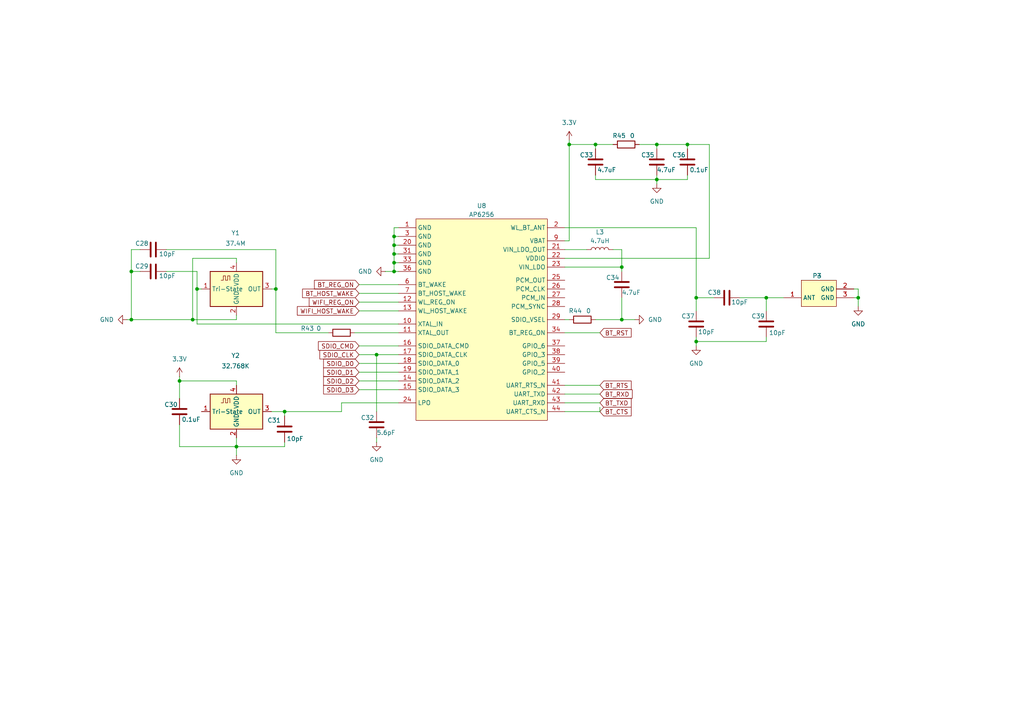
<source format=kicad_sch>
(kicad_sch (version 20250114) (generator "eeschema") (generator_version "9.0")
  (paper "A4")
  (lib_symbols
    (symbol "Device:C" (pin_numbers (hide yes)) (pin_names (offset 0.254))
      (property "Reference" "C" (at 0.635 2.54 0))
      (property "Value" "C" (at 0.635 -2.54 0))
      (symbol "C_0_1"
        (polyline (pts (xy -2.032 0.762) (xy 2.032 0.762)) (stroke (width 0.508)))
        (polyline (pts (xy -2.032 -0.762) (xy 2.032 -0.762)) (stroke (width 0.508)))
      )
      (symbol "C_1_1"
        (pin passive line (at 0 3.81 270) (length 2.794) (name "~") (number "1"))
        (pin passive line (at 0 -3.81 90) (length 2.794) (name "~") (number "2"))
      )
    )
    (symbol "Device:L" (pin_numbers (hide yes)) (pin_names (offset 1.016) (hide yes))
      (property "Reference" "L" (at -1.27 0 90))
      (property "Value" "L" (at 1.905 0 90))
      (symbol "L_0_1"
        (arc (start 0 2.54) (mid 0.6323 1.905) (end 0 1.27))
        (arc (start 0 1.27) (mid 0.6323 0.635) (end 0 0))
        (arc (start 0 0) (mid 0.6323 -0.635) (end 0 -1.27))
        (arc (start 0 -1.27) (mid 0.6323 -1.905) (end 0 -2.54))
      )
      (symbol "L_1_1"
        (pin passive line (at 0 3.81 270) (length 1.27) (name "1") (number "1"))
        (pin passive line (at 0 -3.81 90) (length 1.27) (name "2") (number "2"))
      )
    )
    (symbol "Device:R" (pin_numbers (hide yes)) (pin_names (offset 0))
      (property "Reference" "R" (at 2.032 0 90))
      (property "Value" "R" (at 0 0 90))
      (symbol "R_0_1"
        (rectangle (start -1.016 -2.54) (end 1.016 2.54) (stroke (width 0.254)))
      )
      (symbol "R_1_1"
        (pin passive line (at 0 3.81 270) (length 1.27) (name "~") (number "1"))
        (pin passive line (at 0 -3.81 90) (length 1.27) (name "~") (number "2"))
      )
    )
    (symbol "Oscillator:ECS-2520MV-xxx-xx"
      (property "Reference" "Y" (at -5.08 6.35 0))
      (property "Value" "ECS-2520MV-xxx-xx" (at 1.27 -6.35 0))
      (symbol "ECS-2520MV-xxx-xx_0_1"
        (rectangle (start -7.62 5.08) (end 7.62 -5.08) (stroke (width 0.254)) (fill (type background)))
        (polyline (pts (xy -4.445 2.54) (xy -3.81 2.54) (xy -3.81 3.81) (xy -3.175 3.81) (xy -3.175 2.54) (xy -2.54 2.54) (xy -2.54 3.81) (xy -1.905 3.81) (xy -1.905 2.54)))
      )
      (symbol "ECS-2520MV-xxx-xx_1_1"
        (pin input line (at -10.16 0 0) (length 2.54) (name "Tri-State") (number "1"))
        (pin power_in line (at 0 7.62 270) (length 2.54) (name "VDD") (number "4"))
        (pin power_in line (at 0 -7.62 90) (length 2.54) (name "GND") (number "2"))
        (pin output line (at 10.16 0 180) (length 2.54) (name "OUT") (number "3"))
      )
    )
    (symbol "coloryr:ANT"
      (property "Reference" "P" (at 0.762 1.016 0))
      (symbol "ANT_1_1"
        (rectangle (start 0 0) (end 10.16 -7.62) (fill (type background)))
        (pin bidirectional line (at -5.08 -5.08 0) (length 5.08) (name "ANT") (number "1"))
        (pin passive line (at 15.24 -2.54 180) (length 5.08) (name "GND") (number "2"))
        (pin passive line (at 15.24 -5.08 180) (length 5.08) (name "GND") (number "3"))
      )
    )
    (symbol "coloryr:AP6256"
      (property "Reference" "U" (at 1.016 1.016 0))
      (symbol "AP6256_1_1"
        (rectangle (start 0 0) (end 38.1 -58.42) (fill (type background)))
        (pin power_in line (at -5.08 -2.54 0) (length 5.08) (name "GND") (number "1"))
        (pin power_in line (at -5.08 -5.08 0) (length 5.08) (name "GND") (number "3"))
        (pin power_in line (at -5.08 -7.62 0) (length 5.08) (name "GND") (number "20"))
        (pin power_in line (at -5.08 -10.16 0) (length 5.08) (name "GND") (number "31"))
        (pin power_in line (at -5.08 -12.7 0) (length 5.08) (name "GND") (number "33"))
        (pin power_in line (at -5.08 -15.24 0) (length 5.08) (name "GND") (number "36"))
        (pin input line (at -5.08 -19.05 0) (length 5.08) (name "BT_WAKE") (number "6"))
        (pin output line (at -5.08 -21.59 0) (length 5.08) (name "BT_HOST_WAKE") (number "7"))
        (pin input line (at -5.08 -24.13 0) (length 5.08) (name "WL_REG_ON") (number "12"))
        (pin output line (at -5.08 -26.67 0) (length 5.08) (name "WL_HOST_WAKE") (number "13"))
        (pin passive line (at -5.08 -30.48 0) (length 5.08) (name "XTAL_IN") (number "10"))
        (pin passive line (at -5.08 -33.02 0) (length 5.08) (name "XTAL_OUT") (number "11"))
        (pin bidirectional line (at -5.08 -36.83 0) (length 5.08) (name "SDIO_DATA_CMD") (number "16"))
        (pin bidirectional line (at -5.08 -39.37 0) (length 5.08) (name "SDIO_DATA_CLK") (number "17"))
        (pin bidirectional line (at -5.08 -41.91 0) (length 5.08) (name "SDIO_DATA_0") (number "18"))
        (pin bidirectional line (at -5.08 -44.45 0) (length 5.08) (name "SDIO_DATA_1") (number "19"))
        (pin bidirectional line (at -5.08 -46.99 0) (length 5.08) (name "SDIO_DATA_2") (number "14"))
        (pin bidirectional line (at -5.08 -49.53 0) (length 5.08) (name "SDIO_DATA_3") (number "15"))
        (pin input line (at -5.08 -53.34 0) (length 5.08) (name "LPO") (number "24"))
        (pin passive line (at 43.18 -2.54 180) (length 5.08) (name "WL_BT_ANT") (number "2"))
        (pin power_in line (at 43.18 -6.35 180) (length 5.08) (name "VBAT") (number "9"))
        (pin power_out line (at 43.18 -8.89 180) (length 5.08) (name "VIN_LDO_OUT") (number "21"))
        (pin power_in line (at 43.18 -11.43 180) (length 5.08) (name "VDDIO") (number "22"))
        (pin power_out line (at 43.18 -13.97 180) (length 5.08) (name "VIN_LDO") (number "23"))
        (pin output line (at 43.18 -17.78 180) (length 5.08) (name "PCM_OUT") (number "25"))
        (pin bidirectional line (at 43.18 -20.32 180) (length 5.08) (name "PCM_CLK") (number "26"))
        (pin input line (at 43.18 -22.86 180) (length 5.08) (name "PCM_IN") (number "27"))
        (pin bidirectional line (at 43.18 -25.4 180) (length 5.08) (name "PCM_SYNC") (number "28"))
        (pin input line (at 43.18 -29.21 180) (length 5.08) (name "SDIO_VSEL") (number "29"))
        (pin input line (at 43.18 -33.02 180) (length 5.08) (name "BT_REG_ON") (number "34"))
        (pin bidirectional line (at 43.18 -36.83 180) (length 5.08) (name "GPIO_6") (number "37"))
        (pin bidirectional line (at 43.18 -39.37 180) (length 5.08) (name "GPIO_3") (number "38"))
        (pin bidirectional line (at 43.18 -41.91 180) (length 5.08) (name "GPIO_5") (number "39"))
        (pin bidirectional line (at 43.18 -44.45 180) (length 5.08) (name "GPIO_2") (number "40"))
        (pin output line (at 43.18 -48.26 180) (length 5.08) (name "UART_RTS_N") (number "41"))
        (pin output line (at 43.18 -50.8 180) (length 5.08) (name "UART_TXD") (number "42"))
        (pin input line (at 43.18 -53.34 180) (length 5.08) (name "UART_RXD") (number "43"))
        (pin input line (at 43.18 -55.88 180) (length 5.08) (name "UART_CTS_N") (number "44"))
      )
    )
    (symbol "power:GND" (power) (pin_numbers (hide yes)) (pin_names (offset 0) (hide yes))
      (property "Value" "GND" (at 0 -3.81 0))
      (symbol "GND_0_1"
        (polyline (pts (xy 0 0) (xy 0 -1.27) (xy 1.27 -1.27) (xy 0 -2.54) (xy -1.27 -1.27) (xy 0 -1.27)))
      )
      (symbol "GND_1_1"
        (pin power_in line (at 0 0 270) (length 0) (name "~") (number "1"))
      )
    )
    (symbol "power:VCC" (power) (pin_numbers (hide yes)) (pin_names (offset 0) (hide yes))
      (property "Value" "VCC" (at 0 3.556 0))
      (symbol "VCC_0_1"
        (polyline (pts (xy -0.762 1.27) (xy 0 2.54)))
        (polyline (pts (xy 0 2.54) (xy 0.762 1.27)))
        (polyline (pts (xy 0 0) (xy 0 2.54)))
      )
      (symbol "VCC_1_1"
        (pin power_in line (at 0 0 90) (length 0) (name "~") (number "1"))
      )
    )
  )
  (junction (at 165.1 41.91))
  (junction (at 114.3 78.74))
  (junction (at 199.39 41.91))
  (junction (at 52.07 110.49))
  (junction (at 201.93 86.36))
  (junction (at 68.58 129.54))
  (junction (at 114.3 68.58))
  (junction (at 201.93 99.06))
  (junction (at 190.5 41.91))
  (junction (at 80.01 83.82))
  (junction (at 82.55 119.38))
  (junction (at 38.1 78.74))
  (junction (at 114.3 76.2))
  (junction (at 114.3 71.12))
  (junction (at 172.72 41.91))
  (junction (at 114.3 73.66))
  (junction (at 38.1 92.71))
  (junction (at 55.88 92.71))
  (junction (at 222.25 86.36))
  (junction (at 180.34 92.71))
  (junction (at 190.5 52.07))
  (junction (at 109.22 102.87))
  (junction (at 57.15 83.82))
  (junction (at 248.92 86.36))
  (junction (at 180.34 77.47))
  (wire (pts (xy 82.55 128.27) (xy 82.55 129.54)))
  (wire (pts (xy 163.83 66.04) (xy 201.93 66.04)))
  (wire (pts (xy 165.1 41.91) (xy 172.72 41.91)))
  (wire (pts (xy 52.07 109.22) (xy 52.07 110.49)))
  (wire (pts (xy 172.72 92.71) (xy 180.34 92.71)))
  (wire (pts (xy 201.93 99.06) (xy 222.25 99.06)))
  (wire (pts (xy 180.34 92.71) (xy 184.15 92.71)))
  (wire (pts (xy 201.93 66.04) (xy 201.93 86.36)))
  (wire (pts (xy 207.01 86.36) (xy 201.93 86.36)))
  (wire (pts (xy 172.72 41.91) (xy 177.8 41.91)))
  (wire (pts (xy 185.42 41.91) (xy 190.5 41.91)))
  (wire (pts (xy 114.3 68.58) (xy 114.3 66.04)))
  (wire (pts (xy 172.72 43.18) (xy 172.72 41.91)))
  (wire (pts (xy 114.3 76.2) (xy 115.57 76.2)))
  (wire (pts (xy 201.93 86.36) (xy 201.93 90.17)))
  (wire (pts (xy 163.83 72.39) (xy 170.18 72.39)))
  (wire (pts (xy 104.14 110.49) (xy 115.57 110.49)))
  (wire (pts (xy 163.83 77.47) (xy 180.34 77.47)))
  (wire (pts (xy 38.1 92.71) (xy 55.88 92.71)))
  (wire (pts (xy 163.83 74.93) (xy 205.74 74.93)))
  (wire (pts (xy 78.74 119.38) (xy 82.55 119.38)))
  (wire (pts (xy 104.14 87.63) (xy 115.57 87.63)))
  (wire (pts (xy 57.15 93.98) (xy 115.57 93.98)))
  (wire (pts (xy 104.14 107.95) (xy 115.57 107.95)))
  (wire (pts (xy 55.88 92.71) (xy 68.58 92.71)))
  (wire (pts (xy 104.14 102.87) (xy 109.22 102.87)))
  (wire (pts (xy 180.34 86.36) (xy 180.34 92.71)))
  (wire (pts (xy 205.74 41.91) (xy 199.39 41.91)))
  (wire (pts (xy 57.15 83.82) (xy 58.42 83.82)))
  (wire (pts (xy 55.88 74.93) (xy 55.88 92.71)))
  (wire (pts (xy 38.1 72.39) (xy 38.1 78.74)))
  (wire (pts (xy 48.26 72.39) (xy 80.01 72.39)))
  (wire (pts (xy 190.5 41.91) (xy 199.39 41.91)))
  (wire (pts (xy 114.3 73.66) (xy 114.3 71.12)))
  (wire (pts (xy 104.14 82.55) (xy 115.57 82.55)))
  (wire (pts (xy 180.34 72.39) (xy 177.8 72.39)))
  (wire (pts (xy 190.5 52.07) (xy 190.5 53.34)))
  (wire (pts (xy 104.14 113.03) (xy 115.57 113.03)))
  (wire (pts (xy 68.58 92.71) (xy 68.58 91.44)))
  (wire (pts (xy 82.55 119.38) (xy 99.06 119.38)))
  (wire (pts (xy 190.5 41.91) (xy 190.5 43.18)))
  (wire (pts (xy 222.25 86.36) (xy 227.33 86.36)))
  (wire (pts (xy 102.87 96.52) (xy 115.57 96.52)))
  (wire (pts (xy 68.58 74.93) (xy 55.88 74.93)))
  (wire (pts (xy 52.07 110.49) (xy 68.58 110.49)))
  (wire (pts (xy 201.93 99.06) (xy 201.93 100.33)))
  (wire (pts (xy 52.07 110.49) (xy 52.07 115.57)))
  (wire (pts (xy 104.14 105.41) (xy 115.57 105.41)))
  (wire (pts (xy 38.1 78.74) (xy 40.64 78.74)))
  (wire (pts (xy 38.1 78.74) (xy 38.1 92.71)))
  (wire (pts (xy 52.07 129.54) (xy 68.58 129.54)))
  (wire (pts (xy 247.65 83.82) (xy 248.92 83.82)))
  (wire (pts (xy 199.39 41.91) (xy 199.39 43.18)))
  (wire (pts (xy 248.92 86.36) (xy 248.92 88.9)))
  (wire (pts (xy 109.22 102.87) (xy 109.22 119.38)))
  (wire (pts (xy 57.15 78.74) (xy 57.15 83.82)))
  (wire (pts (xy 68.58 110.49) (xy 68.58 111.76)))
  (wire (pts (xy 114.3 73.66) (xy 115.57 73.66)))
  (wire (pts (xy 114.3 68.58) (xy 115.57 68.58)))
  (wire (pts (xy 80.01 83.82) (xy 78.74 83.82)))
  (wire (pts (xy 48.26 78.74) (xy 57.15 78.74)))
  (wire (pts (xy 163.83 92.71) (xy 165.1 92.71)))
  (wire (pts (xy 114.3 71.12) (xy 115.57 71.12)))
  (wire (pts (xy 163.83 96.52) (xy 173.99 96.52)))
  (wire (pts (xy 248.92 83.82) (xy 248.92 86.36)))
  (wire (pts (xy 68.58 129.54) (xy 68.58 127)))
  (wire (pts (xy 163.83 119.38) (xy 173.99 119.38)))
  (wire (pts (xy 111.76 78.74) (xy 114.3 78.74)))
  (wire (pts (xy 163.83 69.85) (xy 165.1 69.85)))
  (wire (pts (xy 214.63 86.36) (xy 222.25 86.36)))
  (wire (pts (xy 80.01 96.52) (xy 80.01 83.82)))
  (wire (pts (xy 82.55 119.38) (xy 82.55 120.65)))
  (wire (pts (xy 40.64 72.39) (xy 38.1 72.39)))
  (wire (pts (xy 199.39 52.07) (xy 190.5 52.07)))
  (wire (pts (xy 172.72 50.8) (xy 172.72 52.07)))
  (wire (pts (xy 190.5 50.8) (xy 190.5 52.07)))
  (wire (pts (xy 109.22 102.87) (xy 115.57 102.87)))
  (wire (pts (xy 114.3 76.2) (xy 114.3 73.66)))
  (wire (pts (xy 222.25 99.06) (xy 222.25 97.79)))
  (wire (pts (xy 180.34 77.47) (xy 180.34 72.39)))
  (wire (pts (xy 68.58 132.08) (xy 68.58 129.54)))
  (wire (pts (xy 114.3 71.12) (xy 114.3 68.58)))
  (wire (pts (xy 80.01 96.52) (xy 95.25 96.52)))
  (wire (pts (xy 163.83 114.3) (xy 173.99 114.3)))
  (wire (pts (xy 80.01 72.39) (xy 80.01 83.82)))
  (wire (pts (xy 205.74 74.93) (xy 205.74 41.91)))
  (wire (pts (xy 114.3 78.74) (xy 114.3 76.2)))
  (wire (pts (xy 99.06 116.84) (xy 115.57 116.84)))
  (wire (pts (xy 172.72 52.07) (xy 190.5 52.07)))
  (wire (pts (xy 115.57 78.74) (xy 114.3 78.74)))
  (wire (pts (xy 173.99 119.38) (xy 173.99 118.11)))
  (wire (pts (xy 104.14 90.17) (xy 115.57 90.17)))
  (wire (pts (xy 104.14 85.09) (xy 115.57 85.09)))
  (wire (pts (xy 114.3 66.04) (xy 115.57 66.04)))
  (wire (pts (xy 180.34 77.47) (xy 180.34 78.74)))
  (wire (pts (xy 104.14 100.33) (xy 115.57 100.33)))
  (wire (pts (xy 248.92 86.36) (xy 247.65 86.36)))
  (wire (pts (xy 163.83 116.84) (xy 173.99 116.84)))
  (wire (pts (xy 68.58 76.2) (xy 68.58 74.93)))
  (wire (pts (xy 109.22 127) (xy 109.22 128.27)))
  (wire (pts (xy 52.07 123.19) (xy 52.07 129.54)))
  (wire (pts (xy 36.83 92.71) (xy 38.1 92.71)))
  (wire (pts (xy 222.25 86.36) (xy 222.25 90.17)))
  (wire (pts (xy 99.06 119.38) (xy 99.06 116.84)))
  (wire (pts (xy 165.1 41.91) (xy 165.1 40.64)))
  (wire (pts (xy 57.15 93.98) (xy 57.15 83.82)))
  (wire (pts (xy 163.83 111.76) (xy 173.99 111.76)))
  (wire (pts (xy 201.93 97.79) (xy 201.93 99.06)))
  (wire (pts (xy 82.55 129.54) (xy 68.58 129.54)))
  (wire (pts (xy 199.39 50.8) (xy 199.39 52.07)))
  (wire (pts (xy 165.1 41.91) (xy 165.1 69.85)))
  (global_label "WIFI_REG_ON" (shape input) (at 104.14 87.63 180) (property "Intersheetrefs" "${INTERSHEET_REFS}" (effects (hide yes))))
  (global_label "BT_TXD" (shape input) (at 173.99 116.84 0) (property "Intersheetrefs" "${INTERSHEET_REFS}" (effects (hide yes))))
  (global_label "WIFI_HOST_WAKE" (shape input) (at 104.14 90.17 180) (property "Intersheetrefs" "${INTERSHEET_REFS}" (effects (hide yes))))
  (global_label "SDIO_D0" (shape input) (at 104.14 105.41 180) (property "Intersheetrefs" "${INTERSHEET_REFS}" (effects (hide yes))))
  (global_label "BT_RXD" (shape input) (at 173.99 114.3 0) (property "Intersheetrefs" "${INTERSHEET_REFS}" (effects (hide yes))))
  (global_label "SDIO_D2" (shape input) (at 104.14 110.49 180) (property "Intersheetrefs" "${INTERSHEET_REFS}" (effects (hide yes))))
  (global_label "BT_RST" (shape input) (at 173.99 96.52 0) (property "Intersheetrefs" "${INTERSHEET_REFS}" (effects (hide yes))))
  (global_label "BT_HOST_WAKE" (shape input) (at 104.14 85.09 180) (property "Intersheetrefs" "${INTERSHEET_REFS}" (effects (hide yes))))
  (global_label "SDIO_CMD" (shape input) (at 104.14 100.33 180) (property "Intersheetrefs" "${INTERSHEET_REFS}" (effects (hide yes))))
  (global_label "BT_REG_ON" (shape input) (at 104.14 82.55 180) (property "Intersheetrefs" "${INTERSHEET_REFS}" (effects (hide yes))))
  (global_label "BT_CTS" (shape input) (at 173.99 119.38 0) (property "Intersheetrefs" "${INTERSHEET_REFS}" (effects (hide yes))))
  (global_label "SDIO_D3" (shape input) (at 104.14 113.03 180) (property "Intersheetrefs" "${INTERSHEET_REFS}" (effects (hide yes))))
  (global_label "SDIO_CLK" (shape input) (at 104.14 102.87 180) (property "Intersheetrefs" "${INTERSHEET_REFS}" (effects (hide yes))))
  (global_label "BT_RTS" (shape input) (at 173.99 111.76 0) (property "Intersheetrefs" "${INTERSHEET_REFS}" (effects (hide yes))))
  (global_label "SDIO_D1" (shape input) (at 104.14 107.95 180) (property "Intersheetrefs" "${INTERSHEET_REFS}" (effects (hide yes))))
  (symbol (lib_id "Device:C") (at 180.34 82.55 0) (unit 1)
    (property "Reference" "C34" (at 175.768 80.518 0) (effects (justify left)))
    (property "Value" "4.7uF" (at 180.34 84.836 0) (effects (justify left)))
    (property "Footprint" "Capacitor_SMD:C_0402_1005Metric_Pad0.74x0.62mm_HandSolder" (effects (hide yes)))
    (property "Description" "Unpolarized capacitor" (effects (hide yes)))
  )
  (symbol (lib_id "Device:C") (at 44.45 72.39 90) (unit 1)
    (property "Reference" "C28" (at 41.148 70.612 90))
    (property "Value" "10pF" (at 48.514 73.66 90))
    (property "Footprint" "Capacitor_SMD:C_0402_1005Metric_Pad0.74x0.62mm_HandSolder" (effects (hide yes)))
    (property "Description" "Unpolarized capacitor" (effects (hide yes)))
  )
  (symbol (lib_id "Device:C") (at 52.07 119.38 180) (unit 1)
    (property "Reference" "C30" (at 51.562 117.348 0) (effects (justify left)))
    (property "Value" "0.1uF" (at 58.166 121.666 0) (effects (justify left)))
    (property "Footprint" "Capacitor_SMD:C_0402_1005Metric_Pad0.74x0.62mm_HandSolder" (effects (hide yes)))
    (property "Description" "Unpolarized capacitor" (effects (hide yes)))
  )
  (symbol (lib_id "power:GND") (at 248.92 88.9 0) (unit 1)
    (property "Reference" "#PWR072" (effects (hide yes)))
    (property "Value" "GND" (at 248.92 93.98 0))
    (property "Description" "Power symbol creates a global label with name \"GND\" , ground" (effects (hide yes)))
  )
  (symbol (lib_id "Device:C") (at 201.93 93.98 0) (unit 1)
    (property "Reference" "C37" (at 197.612 91.694 0) (effects (justify left)))
    (property "Value" "10pF" (at 202.438 96.266 0) (effects (justify left)))
    (property "Footprint" "Capacitor_SMD:C_0402_1005Metric_Pad0.74x0.62mm_HandSolder" (effects (hide yes)))
    (property "Description" "Unpolarized capacitor" (effects (hide yes)))
  )
  (symbol (lib_id "power:GND") (at 184.15 92.71 90) (unit 1)
    (property "Reference" "#PWR069" (effects (hide yes)))
    (property "Value" "GND" (at 187.96 92.7099 90) (effects (justify right)))
    (property "Description" "Power symbol creates a global label with name \"GND\" , ground" (effects (hide yes)))
  )
  (symbol (lib_id "Device:R") (at 99.06 96.52 90) (unit 1)
    (property "Reference" "R43" (at 89.154 95.25 90))
    (property "Value" "0" (at 92.456 95.25 90))
    (property "Footprint" "Resistor_SMD:R_0402_1005Metric_Pad0.72x0.64mm_HandSolder" (effects (hide yes)))
    (property "Description" "Resistor" (effects (hide yes)))
  )
  (symbol (lib_id "Device:C") (at 172.72 46.99 0) (unit 1)
    (property "Reference" "C33" (at 168.148 44.958 0) (effects (justify left)))
    (property "Value" "4.7uF" (at 173.228 49.276 0) (effects (justify left)))
    (property "Footprint" "Capacitor_SMD:C_0402_1005Metric_Pad0.74x0.62mm_HandSolder" (effects (hide yes)))
    (property "Description" "Unpolarized capacitor" (effects (hide yes)))
  )
  (symbol (lib_id "power:VCC") (at 165.1 40.64 0) (unit 1)
    (property "Reference" "#PWR068" (effects (hide yes)))
    (property "Value" "3.3V" (at 165.1 35.56 0))
    (property "Description" "Power symbol creates a global label with name \"VCC\"" (effects (hide yes)))
  )
  (symbol (lib_id "Device:C") (at 190.5 46.99 0) (unit 1)
    (property "Reference" "C35" (at 185.928 44.958 0) (effects (justify left)))
    (property "Value" "4.7uF" (at 190.5 49.276 0) (effects (justify left)))
    (property "Footprint" "Capacitor_SMD:C_0402_1005Metric_Pad0.74x0.62mm_HandSolder" (effects (hide yes)))
    (property "Description" "Unpolarized capacitor" (effects (hide yes)))
  )
  (symbol (lib_id "power:VCC") (at 52.07 109.22 0) (unit 1)
    (property "Reference" "#PWR064" (effects (hide yes)))
    (property "Value" "3.3V" (at 52.07 104.14 0))
    (property "Description" "Power symbol creates a global label with name \"VCC\"" (effects (hide yes)))
  )
  (symbol (lib_id "Device:C") (at 210.82 86.36 270) (unit 1)
    (property "Reference" "C38" (at 205.232 84.836 90) (effects (justify left)))
    (property "Value" "10pF" (at 212.09 87.63 90) (effects (justify left)))
    (property "Footprint" "Capacitor_SMD:C_0402_1005Metric_Pad0.74x0.62mm_HandSolder" (effects (hide yes)))
    (property "Description" "Unpolarized capacitor" (effects (hide yes)))
  )
  (symbol (lib_id "power:GND") (at 68.58 132.08 0) (unit 1)
    (property "Reference" "#PWR065" (effects (hide yes)))
    (property "Value" "GND" (at 68.58 137.16 0))
    (property "Description" "Power symbol creates a global label with name \"GND\" , ground" (effects (hide yes)))
  )
  (symbol (lib_id "Device:C") (at 44.45 78.74 90) (unit 1)
    (property "Reference" "C29" (at 41.148 77.216 90))
    (property "Value" "10pF" (at 48.514 80.01 90))
    (property "Footprint" "Capacitor_SMD:C_0402_1005Metric_Pad0.74x0.62mm_HandSolder" (effects (hide yes)))
    (property "Description" "Unpolarized capacitor" (effects (hide yes)))
  )
  (symbol (lib_id "coloryr:ANT") (at 232.41 81.28 0) (unit 1)
    (property "Reference" "P3" (at 236.982 80.01 0))
    (property "Value" "~" (at 237.49 80.01 0))
    (property "Footprint" "coloryr:IPEX-SMD_BWIPX-1-001E" (effects (hide yes)))
  )
  (symbol (lib_id "power:GND") (at 109.22 128.27 0) (unit 1)
    (property "Reference" "#PWR066" (effects (hide yes)))
    (property "Value" "GND" (at 109.22 133.35 0))
    (property "Description" "Power symbol creates a global label with name \"GND\" , ground" (effects (hide yes)))
  )
  (symbol (lib_id "Oscillator:ECS-2520MV-xxx-xx") (at 68.58 83.82 0) (unit 1)
    (property "Reference" "Y1" (at 68.326 67.564 0))
    (property "Value" "37.4M" (at 68.326 70.612 0))
    (property "Footprint" "Oscillator:Oscillator_SMD_ECS_2520MV-xxx-xx-4Pin_2.5x2.0mm" (effects (hide yes)))
    (property "Datasheet" "https://www.ecsxtal.com/store/pdf/ECS-2520MV.pdf" (effects (hide yes)))
    (property "Description" "HCMOS Crystal Clock Oscillator, 2.5x2.0 mm SMD" (effects (hide yes)))
  )
  (symbol (lib_id "Device:R") (at 181.61 41.91 90) (unit 1)
    (property "Reference" "R45" (at 179.578 39.37 90))
    (property "Value" "0" (at 183.388 39.37 90))
    (property "Footprint" "Resistor_SMD:R_0402_1005Metric_Pad0.72x0.64mm_HandSolder" (effects (hide yes)))
    (property "Description" "Resistor" (effects (hide yes)))
  )
  (symbol (lib_id "Device:C") (at 222.25 93.98 0) (unit 1)
    (property "Reference" "C39" (at 217.932 91.694 0) (effects (justify left)))
    (property "Value" "10pF" (at 223.012 96.52 0) (effects (justify left)))
    (property "Footprint" "Capacitor_SMD:C_0402_1005Metric_Pad0.74x0.62mm_HandSolder" (effects (hide yes)))
    (property "Description" "Unpolarized capacitor" (effects (hide yes)))
  )
  (symbol (lib_id "power:GND") (at 111.76 78.74 270) (unit 1)
    (property "Reference" "#PWR067" (effects (hide yes)))
    (property "Value" "GND" (at 107.95 78.7399 90) (effects (justify right)))
    (property "Description" "Power symbol creates a global label with name \"GND\" , ground" (effects (hide yes)))
  )
  (symbol (lib_id "Device:C") (at 109.22 123.19 0) (unit 1)
    (property "Reference" "C32" (at 104.648 121.158 0) (effects (justify left)))
    (property "Value" "5.6pF" (at 109.22 125.476 0) (effects (justify left)))
    (property "Footprint" "Capacitor_SMD:C_0402_1005Metric_Pad0.74x0.62mm_HandSolder" (effects (hide yes)))
    (property "Description" "Unpolarized capacitor" (effects (hide yes)))
  )
  (symbol (lib_id "coloryr:AP6256") (at 120.65 63.5 0) (unit 1)
    (property "Reference" "U8" (at 139.7 59.69 0))
    (property "Value" "AP6256" (at 139.7 62.23 0))
    (property "Footprint" "coloryr:AP6256" (effects (hide yes)))
  )
  (symbol (lib_id "Oscillator:ECS-2520MV-xxx-xx") (at 68.58 119.38 0) (unit 1)
    (property "Reference" "Y2" (at 68.326 103.124 0))
    (property "Value" "32.768K" (at 68.326 106.172 0))
    (property "Footprint" "Oscillator:Oscillator_SMD_ECS_2520MV-xxx-xx-4Pin_2.5x2.0mm" (effects (hide yes)))
    (property "Datasheet" "https://www.ecsxtal.com/store/pdf/ECS-2520MV.pdf" (effects (hide yes)))
    (property "Description" "HCMOS Crystal Clock Oscillator, 2.5x2.0 mm SMD" (effects (hide yes)))
  )
  (symbol (lib_id "Device:L") (at 173.99 72.39 90) (unit 1)
    (property "Reference" "L3" (at 173.99 67.31 90))
    (property "Value" "4.7uH" (at 173.99 69.85 90))
    (property "Footprint" "Inductor_SMD:L_Murata_LQH2MCNxxxx02_2.0x1.6mm" (effects (hide yes)))
    (property "Description" "Inductor" (effects (hide yes)))
  )
  (symbol (lib_id "power:GND") (at 36.83 92.71 270) (unit 1)
    (property "Reference" "#PWR063" (effects (hide yes)))
    (property "Value" "GND" (at 33.02 92.7099 90) (effects (justify right)))
    (property "Description" "Power symbol creates a global label with name \"GND\" , ground" (effects (hide yes)))
  )
  (symbol (lib_id "Device:C") (at 199.39 46.99 180) (unit 1)
    (property "Reference" "C36" (at 198.882 44.958 0) (effects (justify left)))
    (property "Value" "0.1uF" (at 205.486 49.276 0) (effects (justify left)))
    (property "Footprint" "Capacitor_SMD:C_0402_1005Metric_Pad0.74x0.62mm_HandSolder" (effects (hide yes)))
    (property "Description" "Unpolarized capacitor" (effects (hide yes)))
  )
  (symbol (lib_id "Device:C") (at 82.55 124.46 180) (unit 1)
    (property "Reference" "C31" (at 79.502 121.92 0))
    (property "Value" "10pF" (at 85.598 127.254 0))
    (property "Footprint" "Capacitor_SMD:C_0402_1005Metric_Pad0.74x0.62mm_HandSolder" (effects (hide yes)))
    (property "Description" "Unpolarized capacitor" (effects (hide yes)))
  )
  (symbol (lib_id "Device:R") (at 168.91 92.71 90) (unit 1)
    (property "Reference" "R44" (at 166.878 90.17 90))
    (property "Value" "0" (at 170.688 90.17 90))
    (property "Footprint" "Resistor_SMD:R_0402_1005Metric_Pad0.72x0.64mm_HandSolder" (effects (hide yes)))
    (property "Description" "Resistor" (effects (hide yes)))
  )
  (symbol (lib_id "power:GND") (at 201.93 100.33 0) (unit 1)
    (property "Reference" "#PWR071" (effects (hide yes)))
    (property "Value" "GND" (at 201.93 105.41 0))
    (property "Description" "Power symbol creates a global label with name \"GND\" , ground" (effects (hide yes)))
  )
  (symbol (lib_id "power:GND") (at 190.5 53.34 0) (unit 1)
    (property "Reference" "#PWR070" (effects (hide yes)))
    (property "Value" "GND" (at 190.5 58.42 0))
    (property "Description" "Power symbol creates a global label with name \"GND\" , ground" (effects (hide yes)))
  )
)
</source>
